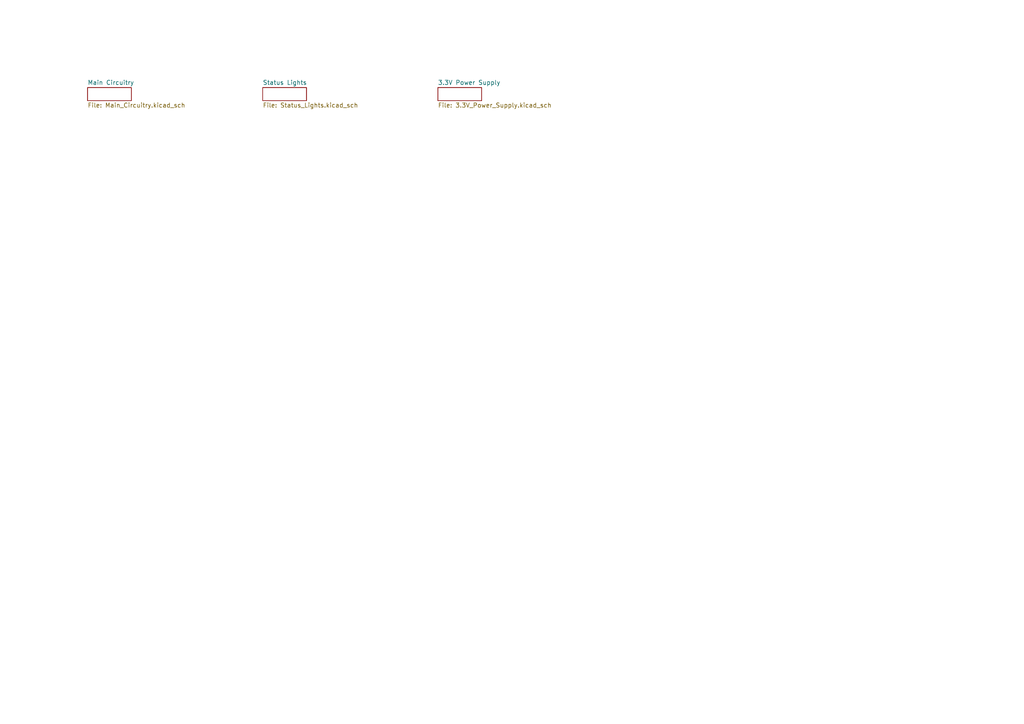
<source format=kicad_sch>
(kicad_sch
	(version 20231120)
	(generator "eeschema")
	(generator_version "8.0")
	(uuid "290c6efc-4c14-458b-b6f8-5cb293196baa")
	(paper "A4")
	(lib_symbols)
	(sheet
		(at 76.2 25.4)
		(size 12.7 3.81)
		(fields_autoplaced yes)
		(stroke
			(width 0)
			(type solid)
		)
		(fill
			(color 0 0 0 0.0000)
		)
		(uuid "536ad41c-810a-4fa0-9e24-2b7889d47c2b")
		(property "Sheetname" "Status Lights"
			(at 76.2 24.6884 0)
			(effects
				(font
					(size 1.27 1.27)
				)
				(justify left bottom)
			)
		)
		(property "Sheetfile" "Status_Lights.kicad_sch"
			(at 76.2 29.7946 0)
			(effects
				(font
					(size 1.27 1.27)
				)
				(justify left top)
			)
		)
		(instances
			(project "Timing_Control_V1p1"
				(path "/290c6efc-4c14-458b-b6f8-5cb293196baa"
					(page "2")
				)
			)
		)
	)
	(sheet
		(at 25.4 25.4)
		(size 12.7 3.81)
		(fields_autoplaced yes)
		(stroke
			(width 0)
			(type solid)
		)
		(fill
			(color 0 0 0 0.0000)
		)
		(uuid "83a19181-c7db-46e7-b30b-a5a3ab272050")
		(property "Sheetname" "Main Circuitry"
			(at 25.4 24.6884 0)
			(effects
				(font
					(size 1.27 1.27)
				)
				(justify left bottom)
			)
		)
		(property "Sheetfile" "Main_Circuitry.kicad_sch"
			(at 25.4 29.7946 0)
			(effects
				(font
					(size 1.27 1.27)
				)
				(justify left top)
			)
		)
		(instances
			(project "Timing_Control_V1p1"
				(path "/290c6efc-4c14-458b-b6f8-5cb293196baa"
					(page "1")
				)
			)
		)
	)
	(sheet
		(at 127 25.4)
		(size 12.7 3.81)
		(fields_autoplaced yes)
		(stroke
			(width 0)
			(type solid)
		)
		(fill
			(color 0 0 0 0.0000)
		)
		(uuid "a978593b-cbd6-4ae6-9294-13afe854cafe")
		(property "Sheetname" "3.3V Power Supply"
			(at 127 24.6884 0)
			(effects
				(font
					(size 1.27 1.27)
				)
				(justify left bottom)
			)
		)
		(property "Sheetfile" "3.3V_Power_Supply.kicad_sch"
			(at 127 29.7946 0)
			(effects
				(font
					(size 1.27 1.27)
				)
				(justify left top)
			)
		)
		(instances
			(project "Timing_Control_V1p1"
				(path "/290c6efc-4c14-458b-b6f8-5cb293196baa"
					(page "3")
				)
			)
		)
	)
	(sheet_instances
		(path "/"
			(page "1")
		)
	)
)

</source>
